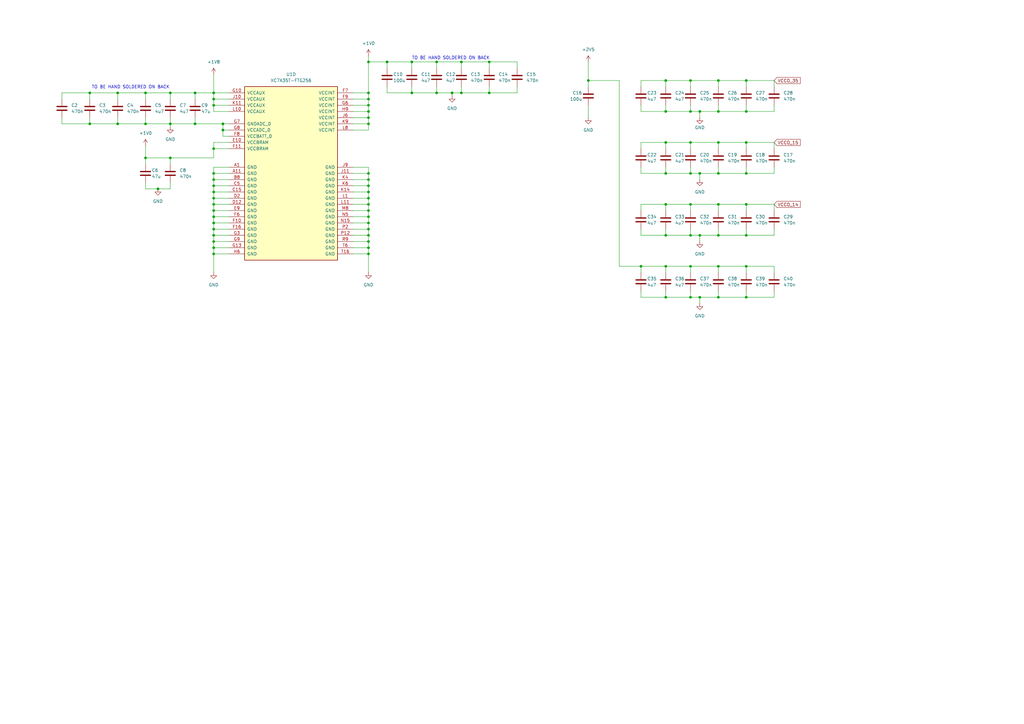
<source format=kicad_sch>
(kicad_sch (version 20231120) (generator "eeschema") (generator_version "8.0")
  (paper "A3")
  (junction (at 283.21 109.22))
  (junction (at 306.07 45.72))
  (junction (at 273.05 33.02))
  (junction (at 273.05 45.72))
  (junction (at 151.13 76.2))
  (junction (at 87.63 81.28))
  (junction (at 87.63 104.14))
  (junction (at 306.07 58.42))
  (junction (at 294.64 71.12))
  (junction (at 306.07 83.82))
  (junction (at 283.21 121.92))
  (junction (at 151.13 93.98))
  (junction (at 151.13 38.1))
  (junction (at 151.13 40.64))
  (junction (at 36.83 50.8))
  (junction (at 87.63 88.9))
  (junction (at 151.13 101.6))
  (junction (at 283.21 45.72))
  (junction (at 241.3 33.02))
  (junction (at 151.13 96.52))
  (junction (at 69.85 64.77))
  (junction (at 87.63 38.1))
  (junction (at 87.63 76.2))
  (junction (at 151.13 43.18))
  (junction (at 87.63 43.18))
  (junction (at 273.05 71.12))
  (junction (at 59.69 38.1))
  (junction (at 262.89 109.22))
  (junction (at 294.64 109.22))
  (junction (at 273.05 58.42))
  (junction (at 306.07 33.02))
  (junction (at 294.64 121.92))
  (junction (at 287.02 71.12))
  (junction (at 87.63 86.36))
  (junction (at 294.64 58.42))
  (junction (at 87.63 40.64))
  (junction (at 151.13 45.72))
  (junction (at 151.13 83.82))
  (junction (at 59.69 64.77))
  (junction (at 151.13 48.26))
  (junction (at 306.07 71.12))
  (junction (at 69.85 50.8))
  (junction (at 87.63 73.66))
  (junction (at 287.02 121.92))
  (junction (at 273.05 109.22))
  (junction (at 151.13 73.66))
  (junction (at 189.23 25.4))
  (junction (at 87.63 91.44))
  (junction (at 87.63 83.82))
  (junction (at 200.66 25.4))
  (junction (at 91.44 53.34))
  (junction (at 273.05 96.52))
  (junction (at 80.01 50.8))
  (junction (at 168.91 25.4))
  (junction (at 87.63 93.98))
  (junction (at 283.21 33.02))
  (junction (at 80.01 38.1))
  (junction (at 151.13 78.74))
  (junction (at 283.21 96.52))
  (junction (at 306.07 121.92))
  (junction (at 151.13 104.14))
  (junction (at 48.26 38.1))
  (junction (at 64.77 77.47))
  (junction (at 294.64 96.52))
  (junction (at 306.07 109.22))
  (junction (at 87.63 101.6))
  (junction (at 294.64 45.72))
  (junction (at 294.64 83.82))
  (junction (at 151.13 50.8))
  (junction (at 151.13 86.36))
  (junction (at 87.63 99.06))
  (junction (at 69.85 38.1))
  (junction (at 294.64 33.02))
  (junction (at 283.21 71.12))
  (junction (at 87.63 96.52))
  (junction (at 273.05 83.82))
  (junction (at 287.02 45.72))
  (junction (at 91.44 50.8))
  (junction (at 200.66 38.1))
  (junction (at 283.21 58.42))
  (junction (at 185.42 38.1))
  (junction (at 273.05 121.92))
  (junction (at 179.07 25.4))
  (junction (at 168.91 38.1))
  (junction (at 151.13 91.44))
  (junction (at 48.26 50.8))
  (junction (at 287.02 96.52))
  (junction (at 283.21 83.82))
  (junction (at 151.13 99.06))
  (junction (at 59.69 50.8))
  (junction (at 151.13 25.4))
  (junction (at 87.63 71.12))
  (junction (at 306.07 96.52))
  (junction (at 179.07 38.1))
  (junction (at 87.63 78.74))
  (junction (at 151.13 71.12))
  (junction (at 36.83 38.1))
  (junction (at 151.13 88.9))
  (junction (at 158.75 25.4))
  (junction (at 189.23 38.1))
  (junction (at 87.63 60.96))
  (junction (at 151.13 81.28))
  (wire (pts (xy 87.63 73.66) (xy 87.63 76.2)))
  (wire (pts (xy 287.02 45.72) (xy 283.21 45.72)))
  (wire (pts (xy 283.21 60.96) (xy 283.21 58.42)))
  (wire (pts (xy 87.63 73.66) (xy 93.98 73.66)))
  (wire (pts (xy 151.13 86.36) (xy 151.13 83.82)))
  (wire (pts (xy 87.63 78.74) (xy 87.63 81.28)))
  (wire (pts (xy 273.05 45.72) (xy 273.05 43.18)))
  (wire (pts (xy 144.78 83.82) (xy 151.13 83.82)))
  (wire (pts (xy 317.5 83.82) (xy 306.07 83.82)))
  (wire (pts (xy 283.21 35.56) (xy 283.21 33.02)))
  (wire (pts (xy 273.05 121.92) (xy 273.05 119.38)))
  (wire (pts (xy 59.69 40.64) (xy 59.69 38.1)))
  (wire (pts (xy 317.5 109.22) (xy 306.07 109.22)))
  (wire (pts (xy 151.13 99.06) (xy 151.13 96.52)))
  (wire (pts (xy 200.66 38.1) (xy 189.23 38.1)))
  (wire (pts (xy 48.26 38.1) (xy 59.69 38.1)))
  (wire (pts (xy 144.78 101.6) (xy 151.13 101.6)))
  (wire (pts (xy 283.21 109.22) (xy 273.05 109.22)))
  (wire (pts (xy 151.13 45.72) (xy 151.13 48.26)))
  (wire (pts (xy 80.01 38.1) (xy 87.63 38.1)))
  (wire (pts (xy 262.89 119.38) (xy 262.89 121.92)))
  (wire (pts (xy 283.21 71.12) (xy 273.05 71.12)))
  (wire (pts (xy 212.09 35.56) (xy 212.09 38.1)))
  (wire (pts (xy 87.63 101.6) (xy 87.63 104.14)))
  (wire (pts (xy 144.78 88.9) (xy 151.13 88.9)))
  (wire (pts (xy 25.4 40.64) (xy 25.4 38.1)))
  (wire (pts (xy 64.77 77.47) (xy 69.85 77.47)))
  (wire (pts (xy 87.63 104.14) (xy 87.63 111.76)))
  (wire (pts (xy 283.21 93.98) (xy 283.21 96.52)))
  (wire (pts (xy 87.63 43.18) (xy 87.63 40.64)))
  (wire (pts (xy 317.5 60.96) (xy 317.5 58.42)))
  (wire (pts (xy 91.44 55.88) (xy 91.44 53.34)))
  (wire (pts (xy 306.07 35.56) (xy 306.07 33.02)))
  (wire (pts (xy 306.07 33.02) (xy 294.64 33.02)))
  (wire (pts (xy 151.13 78.74) (xy 151.13 76.2)))
  (wire (pts (xy 273.05 58.42) (xy 273.05 60.96)))
  (wire (pts (xy 273.05 71.12) (xy 273.05 68.58)))
  (wire (pts (xy 151.13 101.6) (xy 151.13 99.06)))
  (wire (pts (xy 151.13 96.52) (xy 151.13 93.98)))
  (wire (pts (xy 283.21 86.36) (xy 283.21 83.82)))
  (wire (pts (xy 287.02 45.72) (xy 287.02 48.26)))
  (wire (pts (xy 185.42 38.1) (xy 185.42 39.37)))
  (wire (pts (xy 306.07 93.98) (xy 306.07 96.52)))
  (wire (pts (xy 241.3 33.02) (xy 241.3 35.56)))
  (wire (pts (xy 262.89 58.42) (xy 273.05 58.42)))
  (wire (pts (xy 87.63 91.44) (xy 93.98 91.44)))
  (wire (pts (xy 168.91 25.4) (xy 168.91 27.94)))
  (wire (pts (xy 189.23 25.4) (xy 189.23 27.94)))
  (wire (pts (xy 80.01 50.8) (xy 91.44 50.8)))
  (wire (pts (xy 151.13 48.26) (xy 151.13 50.8)))
  (wire (pts (xy 87.63 81.28) (xy 87.63 83.82)))
  (wire (pts (xy 317.5 96.52) (xy 306.07 96.52)))
  (wire (pts (xy 151.13 71.12) (xy 151.13 68.58)))
  (wire (pts (xy 189.23 35.56) (xy 189.23 38.1)))
  (wire (pts (xy 151.13 73.66) (xy 151.13 71.12)))
  (wire (pts (xy 317.5 93.98) (xy 317.5 96.52)))
  (wire (pts (xy 36.83 48.26) (xy 36.83 50.8)))
  (wire (pts (xy 59.69 50.8) (xy 59.69 48.26)))
  (wire (pts (xy 93.98 55.88) (xy 91.44 55.88)))
  (wire (pts (xy 69.85 50.8) (xy 69.85 52.07)))
  (wire (pts (xy 294.64 60.96) (xy 294.64 58.42)))
  (wire (pts (xy 317.5 43.18) (xy 317.5 45.72)))
  (wire (pts (xy 36.83 40.64) (xy 36.83 38.1)))
  (wire (pts (xy 273.05 83.82) (xy 273.05 86.36)))
  (wire (pts (xy 283.21 121.92) (xy 273.05 121.92)))
  (wire (pts (xy 262.89 43.18) (xy 262.89 45.72)))
  (wire (pts (xy 317.5 71.12) (xy 306.07 71.12)))
  (wire (pts (xy 283.21 33.02) (xy 294.64 33.02)))
  (wire (pts (xy 87.63 83.82) (xy 93.98 83.82)))
  (wire (pts (xy 144.78 78.74) (xy 151.13 78.74)))
  (wire (pts (xy 158.75 25.4) (xy 158.75 27.94)))
  (wire (pts (xy 283.21 33.02) (xy 273.05 33.02)))
  (wire (pts (xy 87.63 40.64) (xy 87.63 38.1)))
  (wire (pts (xy 87.63 83.82) (xy 87.63 86.36)))
  (wire (pts (xy 87.63 104.14) (xy 93.98 104.14)))
  (wire (pts (xy 158.75 35.56) (xy 158.75 38.1)))
  (wire (pts (xy 87.63 64.77) (xy 87.63 60.96)))
  (wire (pts (xy 294.64 119.38) (xy 294.64 121.92)))
  (wire (pts (xy 306.07 96.52) (xy 294.64 96.52)))
  (wire (pts (xy 87.63 96.52) (xy 93.98 96.52)))
  (wire (pts (xy 283.21 83.82) (xy 273.05 83.82)))
  (wire (pts (xy 144.78 53.34) (xy 151.13 53.34)))
  (wire (pts (xy 185.42 38.1) (xy 179.07 38.1)))
  (wire (pts (xy 262.89 33.02) (xy 273.05 33.02)))
  (wire (pts (xy 144.78 45.72) (xy 151.13 45.72)))
  (wire (pts (xy 262.89 58.42) (xy 262.89 60.96)))
  (wire (pts (xy 151.13 53.34) (xy 151.13 50.8)))
  (wire (pts (xy 93.98 43.18) (xy 87.63 43.18)))
  (wire (pts (xy 36.83 50.8) (xy 48.26 50.8)))
  (wire (pts (xy 273.05 96.52) (xy 273.05 93.98)))
  (wire (pts (xy 189.23 25.4) (xy 200.66 25.4)))
  (wire (pts (xy 273.05 109.22) (xy 273.05 111.76)))
  (wire (pts (xy 306.07 68.58) (xy 306.07 71.12)))
  (wire (pts (xy 48.26 40.64) (xy 48.26 38.1)))
  (wire (pts (xy 144.78 48.26) (xy 151.13 48.26)))
  (wire (pts (xy 69.85 50.8) (xy 59.69 50.8)))
  (wire (pts (xy 91.44 50.8) (xy 93.98 50.8)))
  (wire (pts (xy 91.44 53.34) (xy 91.44 50.8)))
  (wire (pts (xy 69.85 50.8) (xy 69.85 48.26)))
  (wire (pts (xy 294.64 121.92) (xy 287.02 121.92)))
  (wire (pts (xy 212.09 38.1) (xy 200.66 38.1)))
  (wire (pts (xy 306.07 33.02) (xy 317.5 33.02)))
  (wire (pts (xy 306.07 58.42) (xy 294.64 58.42)))
  (wire (pts (xy 273.05 121.92) (xy 262.89 121.92)))
  (wire (pts (xy 87.63 76.2) (xy 87.63 78.74)))
  (wire (pts (xy 87.63 45.72) (xy 87.63 43.18)))
  (wire (pts (xy 144.78 93.98) (xy 151.13 93.98)))
  (wire (pts (xy 287.02 71.12) (xy 283.21 71.12)))
  (wire (pts (xy 48.26 50.8) (xy 59.69 50.8)))
  (wire (pts (xy 287.02 121.92) (xy 283.21 121.92)))
  (wire (pts (xy 151.13 104.14) (xy 151.13 101.6)))
  (wire (pts (xy 262.89 33.02) (xy 262.89 35.56)))
  (wire (pts (xy 25.4 50.8) (xy 36.83 50.8)))
  (wire (pts (xy 144.78 43.18) (xy 151.13 43.18)))
  (wire (pts (xy 80.01 38.1) (xy 80.01 40.64)))
  (wire (pts (xy 317.5 45.72) (xy 306.07 45.72)))
  (wire (pts (xy 179.07 38.1) (xy 168.91 38.1)))
  (wire (pts (xy 144.78 96.52) (xy 151.13 96.52)))
  (wire (pts (xy 144.78 40.64) (xy 151.13 40.64)))
  (wire (pts (xy 59.69 74.93) (xy 59.69 77.47)))
  (wire (pts (xy 69.85 74.93) (xy 69.85 77.47)))
  (wire (pts (xy 306.07 109.22) (xy 294.64 109.22)))
  (wire (pts (xy 283.21 58.42) (xy 273.05 58.42)))
  (wire (pts (xy 306.07 111.76) (xy 306.07 109.22)))
  (wire (pts (xy 93.98 40.64) (xy 87.63 40.64)))
  (wire (pts (xy 212.09 25.4) (xy 212.09 27.94)))
  (wire (pts (xy 144.78 73.66) (xy 151.13 73.66)))
  (wire (pts (xy 59.69 59.69) (xy 59.69 64.77)))
  (wire (pts (xy 294.64 45.72) (xy 287.02 45.72)))
  (wire (pts (xy 306.07 71.12) (xy 294.64 71.12)))
  (wire (pts (xy 241.3 43.18) (xy 241.3 48.26)))
  (wire (pts (xy 151.13 83.82) (xy 151.13 81.28)))
  (wire (pts (xy 144.78 99.06) (xy 151.13 99.06)))
  (wire (pts (xy 317.5 109.22) (xy 317.5 111.76)))
  (wire (pts (xy 69.85 50.8) (xy 80.01 50.8)))
  (wire (pts (xy 189.23 38.1) (xy 185.42 38.1)))
  (wire (pts (xy 87.63 76.2) (xy 93.98 76.2)))
  (wire (pts (xy 87.63 88.9) (xy 87.63 91.44)))
  (wire (pts (xy 168.91 38.1) (xy 168.91 35.56)))
  (wire (pts (xy 179.07 35.56) (xy 179.07 38.1)))
  (wire (pts (xy 306.07 119.38) (xy 306.07 121.92)))
  (wire (pts (xy 87.63 60.96) (xy 93.98 60.96)))
  (wire (pts (xy 151.13 68.58) (xy 144.78 68.58)))
  (wire (pts (xy 241.3 25.4) (xy 241.3 33.02)))
  (wire (pts (xy 262.89 83.82) (xy 262.89 86.36)))
  (wire (pts (xy 87.63 81.28) (xy 93.98 81.28)))
  (wire (pts (xy 283.21 43.18) (xy 283.21 45.72)))
  (wire (pts (xy 87.63 30.48) (xy 87.63 38.1)))
  (wire (pts (xy 151.13 43.18) (xy 151.13 45.72)))
  (wire (pts (xy 294.64 111.76) (xy 294.64 109.22)))
  (wire (pts (xy 283.21 68.58) (xy 283.21 71.12)))
  (wire (pts (xy 25.4 38.1) (xy 36.83 38.1)))
  (wire (pts (xy 283.21 109.22) (xy 294.64 109.22)))
  (wire (pts (xy 262.89 83.82) (xy 273.05 83.82)))
  (wire (pts (xy 87.63 91.44) (xy 87.63 93.98)))
  (wire (pts (xy 273.05 71.12) (xy 262.89 71.12)))
  (wire (pts (xy 87.63 86.36) (xy 87.63 88.9)))
  (wire (pts (xy 36.83 38.1) (xy 48.26 38.1)))
  (wire (pts (xy 87.63 88.9) (xy 93.98 88.9)))
  (wire (pts (xy 87.63 99.06) (xy 93.98 99.06)))
  (wire (pts (xy 306.07 43.18) (xy 306.07 45.72)))
  (wire (pts (xy 283.21 111.76) (xy 283.21 109.22)))
  (wire (pts (xy 87.63 71.12) (xy 87.63 73.66)))
  (wire (pts (xy 151.13 91.44) (xy 151.13 88.9)))
  (wire (pts (xy 144.78 81.28) (xy 151.13 81.28)))
  (wire (pts (xy 25.4 48.26) (xy 25.4 50.8)))
  (wire (pts (xy 87.63 101.6) (xy 93.98 101.6)))
  (wire (pts (xy 317.5 33.02) (xy 317.5 35.56)))
  (wire (pts (xy 144.78 104.14) (xy 151.13 104.14)))
  (wire (pts (xy 87.63 78.74) (xy 93.98 78.74)))
  (wire (pts (xy 59.69 67.31) (xy 59.69 64.77)))
  (wire (pts (xy 179.07 27.94) (xy 179.07 25.4)))
  (wire (pts (xy 151.13 93.98) (xy 151.13 91.44)))
  (wire (pts (xy 93.98 45.72) (xy 87.63 45.72)))
  (wire (pts (xy 306.07 121.92) (xy 294.64 121.92)))
  (wire (pts (xy 273.05 33.02) (xy 273.05 35.56)))
  (wire (pts (xy 317.5 58.42) (xy 306.07 58.42)))
  (wire (pts (xy 158.75 38.1) (xy 168.91 38.1)))
  (wire (pts (xy 87.63 96.52) (xy 87.63 99.06)))
  (wire (pts (xy 144.78 76.2) (xy 151.13 76.2)))
  (wire (pts (xy 254 109.22) (xy 262.89 109.22)))
  (wire (pts (xy 273.05 45.72) (xy 262.89 45.72)))
  (wire (pts (xy 151.13 25.4) (xy 151.13 38.1)))
  (wire (pts (xy 254 33.02) (xy 254 109.22)))
  (wire (pts (xy 87.63 58.42) (xy 87.63 60.96)))
  (wire (pts (xy 317.5 119.38) (xy 317.5 121.92)))
  (wire (pts (xy 283.21 119.38) (xy 283.21 121.92)))
  (wire (pts (xy 151.13 22.86) (xy 151.13 25.4)))
  (wire (pts (xy 287.02 71.12) (xy 287.02 73.66)))
  (wire (pts (xy 306.07 60.96) (xy 306.07 58.42)))
  (wire (pts (xy 151.13 88.9) (xy 151.13 86.36)))
  (wire (pts (xy 151.13 111.76) (xy 151.13 104.14)))
  (wire (pts (xy 151.13 25.4) (xy 158.75 25.4)))
  (wire (pts (xy 262.89 68.58) (xy 262.89 71.12)))
  (wire (pts (xy 179.07 25.4) (xy 168.91 25.4)))
  (wire (pts (xy 306.07 86.36) (xy 306.07 83.82)))
  (wire (pts (xy 80.01 48.26) (xy 80.01 50.8)))
  (wire (pts (xy 144.78 71.12) (xy 151.13 71.12)))
  (wire (pts (xy 151.13 81.28) (xy 151.13 78.74)))
  (wire (pts (xy 59.69 77.47) (xy 64.77 77.47)))
  (wire (pts (xy 87.63 68.58) (xy 87.63 71.12)))
  (wire (pts (xy 144.78 91.44) (xy 151.13 91.44)))
  (wire (pts (xy 200.66 25.4) (xy 200.66 27.94)))
  (wire (pts (xy 283.21 45.72) (xy 273.05 45.72)))
  (wire (pts (xy 273.05 96.52) (xy 262.89 96.52)))
  (wire (pts (xy 48.26 48.26) (xy 48.26 50.8)))
  (wire (pts (xy 93.98 58.42) (xy 87.63 58.42)))
  (wire (pts (xy 59.69 64.77) (xy 69.85 64.77)))
  (wire (pts (xy 283.21 58.42) (xy 294.64 58.42)))
  (wire (pts (xy 317.5 121.92) (xy 306.07 121.92)))
  (wire (pts (xy 283.21 83.82) (xy 294.64 83.82)))
  (wire (pts (xy 287.02 121.92) (xy 287.02 124.46)))
  (wire (pts (xy 87.63 93.98) (xy 93.98 93.98)))
  (wire (pts (xy 294.64 43.18) (xy 294.64 45.72)))
  (wire (pts (xy 144.78 38.1) (xy 151.13 38.1)))
  (wire (pts (xy 69.85 38.1) (xy 69.85 40.64)))
  (wire (pts (xy 294.64 71.12) (xy 287.02 71.12)))
  (wire (pts (xy 151.13 50.8) (xy 144.78 50.8)))
  (wire (pts (xy 283.21 96.52) (xy 273.05 96.52)))
  (wire (pts (xy 151.13 40.64) (xy 151.13 43.18)))
  (wire (pts (xy 144.78 86.36) (xy 151.13 86.36)))
  (wire (pts (xy 262.89 93.98) (xy 262.89 96.52)))
  (wire (pts (xy 294.64 86.36) (xy 294.64 83.82)))
  (wire (pts (xy 93.98 68.58) (xy 87.63 68.58)))
  (wire (pts (xy 87.63 71.12) (xy 93.98 71.12)))
  (wire (pts (xy 294.64 35.56) (xy 294.64 33.02)))
  (wire (pts (xy 200.66 25.4) (xy 212.09 25.4)))
  (wire (pts (xy 158.75 25.4) (xy 168.91 25.4)))
  (wire (pts (xy 87.63 99.06) (xy 87.63 101.6)))
  (wire (pts (xy 87.63 93.98) (xy 87.63 96.52)))
  (wire (pts (xy 200.66 35.56) (xy 200.66 38.1)))
  (wire (pts (xy 287.02 96.52) (xy 287.02 99.06)))
  (wire (pts (xy 69.85 67.31) (xy 69.85 64.77)))
  (wire (pts (xy 87.63 86.36) (xy 93.98 86.36)))
  (wire (pts (xy 93.98 38.1) (xy 87.63 38.1)))
  (wire (pts (xy 151.13 76.2) (xy 151.13 73.66)))
  (wire (pts (xy 69.85 38.1) (xy 80.01 38.1)))
  (wire (pts (xy 151.13 38.1) (xy 151.13 40.64)))
  (wire (pts (xy 294.64 93.98) (xy 294.64 96.52)))
  (wire (pts (xy 306.07 83.82) (xy 294.64 83.82)))
  (wire (pts (xy 287.02 96.52) (xy 283.21 96.52)))
  (wire (pts (xy 241.3 33.02) (xy 254 33.02)))
  (wire (pts (xy 59.69 38.1) (xy 69.85 38.1)))
  (wire (pts (xy 91.44 53.34) (xy 93.98 53.34)))
  (wire (pts (xy 69.85 64.77) (xy 87.63 64.77)))
  (wire (pts (xy 179.07 25.4) (xy 189.23 25.4)))
  (wire (pts (xy 317.5 68.58) (xy 317.5 71.12)))
  (wire (pts (xy 294.64 96.52) (xy 287.02 96.52)))
  (wire (pts (xy 262.89 109.22) (xy 262.89 111.76)))
  (wire (pts (xy 294.64 68.58) (xy 294.64 71.12)))
  (wire (pts (xy 317.5 86.36) (xy 317.5 83.82)))
  (wire (pts (xy 262.89 109.22) (xy 273.05 109.22)))
  (wire (pts (xy 306.07 45.72) (xy 294.64 45.72)))
  (text "TO BE HAND SOLDERED ON BACK" (at 53.594 35.814 0) (effects (font (size 1.27 1.27))))
  (text "TO BE HAND SOLDERED ON BACK" (at 184.912 23.876 0) (effects (font (size 1.27 1.27))))
  (global_label "VCCO_35" (shape input) (at 317.5 33.02 0) (property "Intersheetrefs" "${INTERSHEET_REFS}" (effects (hide yes))))
  (global_label "VCCO_14" (shape input) (at 317.5 83.82 0) (property "Intersheetrefs" "${INTERSHEET_REFS}" (effects (hide yes))))
  (global_label "VCCO_15" (shape input) (at 317.5 58.42 0) (property "Intersheetrefs" "${INTERSHEET_REFS}" (effects (hide yes))))
  (symbol (lib_id "Device:C") (at 69.85 44.45 0) (unit 1)
    (property "Reference" "C7" (at 73.66 43.1799 0) (effects (justify left)))
    (property "Value" "4u7" (at 73.66 45.7199 0) (effects (justify left)))
    (property "Footprint" "Capacitor_SMD:C_0805_2012Metric_Pad1.18x1.45mm_HandSolder" (effects (hide yes)))
    (property "Description" "Unpolarized capacitor" (effects (hide yes)))
  )
  (symbol (lib_id "power:GND") (at 64.77 77.47 0) (unit 1)
    (property "Reference" "#PWR03" (effects (hide yes)))
    (property "Value" "GND" (at 64.77 82.55 0))
    (property "Description" "Power symbol creates a global label with name \"GND\" , ground" (effects (hide yes)))
  )
  (symbol (lib_id "Device:C") (at 273.05 115.57 0) (unit 1)
    (property "Reference" "C36" (at 276.86 114.2999 0) (effects (justify left)))
    (property "Value" "4u7" (at 276.86 116.8399 0) (effects (justify left)))
    (property "Footprint" "Capacitor_SMD:C_0805_2012Metric" (effects (hide yes)))
    (property "Description" "Unpolarized capacitor" (effects (hide yes)))
  )
  (symbol (lib_id "Device:C") (at 25.4 44.45 0) (unit 1)
    (property "Reference" "C2" (at 29.21 43.1799 0) (effects (justify left)))
    (property "Value" "470n" (at 29.21 45.7199 0) (effects (justify left)))
    (property "Footprint" "Capacitor_SMD:C_0805_2012Metric_Pad1.18x1.45mm_HandSolder" (effects (hide yes)))
    (property "Description" "Unpolarized capacitor" (effects (hide yes)))
  )
  (symbol (lib_id "Device:C") (at 283.21 115.57 0) (unit 1)
    (property "Reference" "C37" (at 287.02 114.2999 0) (effects (justify left)))
    (property "Value" "470n" (at 287.02 116.8399 0) (effects (justify left)))
    (property "Footprint" "Capacitor_SMD:C_0805_2012Metric" (effects (hide yes)))
    (property "Description" "Unpolarized capacitor" (effects (hide yes)))
  )
  (symbol (lib_id "power:+1V8") (at 87.63 30.48 0) (unit 1)
    (property "Reference" "#PWR06" (effects (hide yes)))
    (property "Value" "+1V8" (at 87.63 25.4 0))
    (property "Description" "Power symbol creates a global label with name \"+1V8\"" (effects (hide yes)))
  )
  (symbol (lib_id "power:+2V5") (at 241.3 25.4 0) (unit 1)
    (property "Reference" "#PWR012" (effects (hide yes)))
    (property "Value" "+2V5" (at 241.3 20.32 0))
    (property "Description" "Power symbol creates a global label with name \"+2V5\"" (effects (hide yes)))
  )
  (symbol (lib_id "Device:C") (at 294.64 90.17 0) (unit 1)
    (property "Reference" "C31" (at 298.45 88.8999 0) (effects (justify left)))
    (property "Value" "470n" (at 298.45 91.4399 0) (effects (justify left)))
    (property "Footprint" "Capacitor_SMD:C_0805_2012Metric" (effects (hide yes)))
    (property "Description" "Unpolarized capacitor" (effects (hide yes)))
  )
  (symbol (lib_id "Device:C") (at 158.75 31.75 0) (unit 1)
    (property "Reference" "C10" (at 161.29 30.48 0) (effects (justify left)))
    (property "Value" "100u" (at 161.29 33.02 0) (effects (justify left)))
    (property "Footprint" "Capacitor_SMD:C_0805_2012Metric_Pad1.18x1.45mm_HandSolder" (effects (hide yes)))
    (property "Description" "Unpolarized capacitor" (effects (hide yes)))
  )
  (symbol (lib_id "Device:C") (at 48.26 44.45 0) (unit 1)
    (property "Reference" "C4" (at 52.07 43.1799 0) (effects (justify left)))
    (property "Value" "470n" (at 52.07 45.7199 0) (effects (justify left)))
    (property "Footprint" "Capacitor_SMD:C_0805_2012Metric_Pad1.18x1.45mm_HandSolder" (effects (hide yes)))
    (property "Description" "Unpolarized capacitor" (effects (hide yes)))
  )
  (symbol (lib_id "Device:C") (at 273.05 64.77 0) (unit 1)
    (property "Reference" "C21" (at 276.86 63.4999 0) (effects (justify left)))
    (property "Value" "4u7" (at 276.86 66.0399 0) (effects (justify left)))
    (property "Footprint" "Capacitor_SMD:C_0805_2012Metric_Pad1.18x1.45mm_HandSolder" (effects (hide yes)))
    (property "Description" "Unpolarized capacitor" (effects (hide yes)))
  )
  (symbol (lib_id "Device:C") (at 59.69 71.12 0) (unit 1)
    (property "Reference" "C6" (at 62.23 69.85 0) (effects (justify left)))
    (property "Value" "47u" (at 62.23 72.39 0) (effects (justify left)))
    (property "Footprint" "Capacitor_SMD:C_0805_2012Metric_Pad1.18x1.45mm_HandSolder" (effects (hide yes)))
    (property "Description" "Unpolarized capacitor" (effects (hide yes)))
  )
  (symbol (lib_id "Device:C") (at 80.01 44.45 0) (unit 1)
    (property "Reference" "C9" (at 82.55 43.18 0) (effects (justify left)))
    (property "Value" "47u" (at 82.55 45.72 0) (effects (justify left)))
    (property "Footprint" "Capacitor_SMD:C_0805_2012Metric_Pad1.18x1.45mm_HandSolder" (effects (hide yes)))
    (property "Description" "Unpolarized capacitor" (effects (hide yes)))
  )
  (symbol (lib_id "Device:C") (at 306.07 90.17 0) (unit 1)
    (property "Reference" "C30" (at 309.88 88.8999 0) (effects (justify left)))
    (property "Value" "470n" (at 309.88 91.4399 0) (effects (justify left)))
    (property "Footprint" "Capacitor_SMD:C_0805_2012Metric" (effects (hide yes)))
    (property "Description" "Unpolarized capacitor" (effects (hide yes)))
  )
  (symbol (lib_id "Device:C") (at 273.05 39.37 0) (unit 1)
    (property "Reference" "C24" (at 276.86 38.0999 0) (effects (justify left)))
    (property "Value" "4u7" (at 276.86 40.6399 0) (effects (justify left)))
    (property "Footprint" "Capacitor_SMD:C_0805_2012Metric_Pad1.18x1.45mm_HandSolder" (effects (hide yes)))
    (property "Description" "Unpolarized capacitor" (effects (hide yes)))
  )
  (symbol (lib_id "Device:C") (at 262.89 64.77 0) (unit 1)
    (property "Reference" "C22" (at 265.43 63.5 0) (effects (justify left)))
    (property "Value" "4u7" (at 265.43 66.04 0) (effects (justify left)))
    (property "Footprint" "Capacitor_SMD:C_0805_2012Metric_Pad1.18x1.45mm_HandSolder" (effects (hide yes)))
    (property "Description" "Unpolarized capacitor" (effects (hide yes)))
  )
  (symbol (lib_id "Device:C") (at 69.85 71.12 0) (unit 1)
    (property "Reference" "C8" (at 73.66 69.8499 0) (effects (justify left)))
    (property "Value" "470n" (at 73.66 72.3899 0) (effects (justify left)))
    (property "Footprint" "Capacitor_SMD:C_0805_2012Metric_Pad1.18x1.45mm_HandSolder" (effects (hide yes)))
    (property "Description" "Unpolarized capacitor" (effects (hide yes)))
  )
  (symbol (lib_id "Device:C") (at 241.3 39.37 0) (mirror y) (unit 1)
    (property "Reference" "C16" (at 238.76 38.1 0) (effects (justify left)))
    (property "Value" "100u" (at 238.76 40.64 0) (effects (justify left)))
    (property "Footprint" "Capacitor_SMD:C_0805_2012Metric_Pad1.18x1.45mm_HandSolder" (effects (hide yes)))
    (property "Description" "Unpolarized capacitor" (effects (hide yes)))
  )
  (symbol (lib_id "power:GND") (at 287.02 124.46 0) (unit 1)
    (property "Reference" "#PWR020" (effects (hide yes)))
    (property "Value" "GND" (at 287.02 129.54 0))
    (property "Description" "Power symbol creates a global label with name \"GND\" , ground" (effects (hide yes)))
  )
  (symbol (lib_id "Device:C") (at 168.91 31.75 0) (unit 1)
    (property "Reference" "C11" (at 172.72 30.4799 0) (effects (justify left)))
    (property "Value" "4u7" (at 172.72 33.0199 0) (effects (justify left)))
    (property "Footprint" "Capacitor_SMD:C_0805_2012Metric_Pad1.18x1.45mm_HandSolder" (effects (hide yes)))
    (property "Description" "Unpolarized capacitor" (effects (hide yes)))
  )
  (symbol (lib_id "Device:C") (at 273.05 90.17 0) (unit 1)
    (property "Reference" "C33" (at 276.86 88.8999 0) (effects (justify left)))
    (property "Value" "4u7" (at 276.86 91.4399 0) (effects (justify left)))
    (property "Footprint" "Capacitor_SMD:C_0805_2012Metric" (effects (hide yes)))
    (property "Description" "Unpolarized capacitor" (effects (hide yes)))
  )
  (symbol (lib_id "Device:C") (at 306.07 39.37 0) (unit 1)
    (property "Reference" "C27" (at 309.88 38.0999 0) (effects (justify left)))
    (property "Value" "470n" (at 309.88 40.6399 0) (effects (justify left)))
    (property "Footprint" "Capacitor_SMD:C_0805_2012Metric_Pad1.18x1.45mm_HandSolder" (effects (hide yes)))
    (property "Description" "Unpolarized capacitor" (effects (hide yes)))
  )
  (symbol (lib_id "FPGA_Xilinx_Artix7:XC7A35T-FTG256") (at 119.38 71.12 0) (unit 4)
    (property "Reference" "U1" (at 119.38 30.48 0))
    (property "Value" "XC7A35T-FTG256" (at 119.38 33.02 0))
    (property "Footprint" "Package_BGA:Xilinx_FTG256" (effects (hide yes)))
    (property "Description" "Artix 7 T 35 XC7A35T-FTG256" (effects (hide yes)))
  )
  (symbol (lib_id "power:+1V0") (at 59.69 59.69 0) (unit 1)
    (property "Reference" "#PWR02" (effects (hide yes)))
    (property "Value" "+1V0" (at 59.69 54.61 0))
    (property "Description" "Power symbol creates a global label with name \"+1V0\"" (effects (hide yes)))
  )
  (symbol (lib_id "power:GND") (at 151.13 111.76 0) (unit 1)
    (property "Reference" "#PWR010" (effects (hide yes)))
    (property "Value" "GND" (at 151.13 116.84 0))
    (property "Description" "Power symbol creates a global label with name \"GND\" , ground" (effects (hide yes)))
  )
  (symbol (lib_id "power:GND") (at 287.02 48.26 0) (unit 1)
    (property "Reference" "#PWR018" (effects (hide yes)))
    (property "Value" "GND" (at 287.02 52.324 0))
    (property "Description" "Power symbol creates a global label with name \"GND\" , ground" (effects (hide yes)))
  )
  (symbol (lib_id "Device:C") (at 317.5 39.37 0) (unit 1)
    (property "Reference" "C28" (at 321.31 38.0999 0) (effects (justify left)))
    (property "Value" "470n" (at 321.31 40.6399 0) (effects (justify left)))
    (property "Footprint" "Capacitor_SMD:C_0805_2012Metric_Pad1.18x1.45mm_HandSolder" (effects (hide yes)))
    (property "Description" "Unpolarized capacitor" (effects (hide yes)))
  )
  (symbol (lib_id "Device:C") (at 306.07 115.57 0) (unit 1)
    (property "Reference" "C39" (at 309.88 114.2999 0) (effects (justify left)))
    (property "Value" "470n" (at 309.88 116.8399 0) (effects (justify left)))
    (property "Footprint" "Capacitor_SMD:C_0805_2012Metric" (effects (hide yes)))
    (property "Description" "Unpolarized capacitor" (effects (hide yes)))
  )
  (symbol (lib_id "Device:C") (at 283.21 64.77 0) (unit 1)
    (property "Reference" "C20" (at 287.02 63.4999 0) (effects (justify left)))
    (property "Value" "470n" (at 287.02 66.0399 0) (effects (justify left)))
    (property "Footprint" "Capacitor_SMD:C_0805_2012Metric_Pad1.18x1.45mm_HandSolder" (effects (hide yes)))
    (property "Description" "Unpolarized capacitor" (effects (hide yes)))
  )
  (symbol (lib_id "power:GND") (at 287.02 99.06 0) (unit 1)
    (property "Reference" "#PWR019" (effects (hide yes)))
    (property "Value" "GND" (at 287.02 104.14 0))
    (property "Description" "Power symbol creates a global label with name \"GND\" , ground" (effects (hide yes)))
  )
  (symbol (lib_id "power:+1V0") (at 151.13 22.86 0) (unit 1)
    (property "Reference" "#PWR08" (effects (hide yes)))
    (property "Value" "+1V0" (at 151.13 17.78 0))
    (property "Description" "Power symbol creates a global label with name \"+1V0\"" (effects (hide yes)))
  )
  (symbol (lib_id "Device:C") (at 189.23 31.75 0) (unit 1)
    (property "Reference" "C13" (at 193.04 30.4799 0) (effects (justify left)))
    (property "Value" "470n" (at 193.04 33.0199 0) (effects (justify left)))
    (property "Footprint" "Capacitor_SMD:C_0805_2012Metric_Pad1.18x1.45mm_HandSolder" (effects (hide yes)))
    (property "Description" "Unpolarized capacitor" (effects (hide yes)))
  )
  (symbol (lib_id "Device:C") (at 283.21 90.17 0) (unit 1)
    (property "Reference" "C32" (at 287.02 88.8999 0) (effects (justify left)))
    (property "Value" "470n" (at 287.02 91.4399 0) (effects (justify left)))
    (property "Footprint" "Capacitor_SMD:C_0805_2012Metric" (effects (hide yes)))
    (property "Description" "Unpolarized capacitor" (effects (hide yes)))
  )
  (symbol (lib_id "Device:C") (at 317.5 64.77 0) (unit 1)
    (property "Reference" "C17" (at 321.31 63.4999 0) (effects (justify left)))
    (property "Value" "470n" (at 321.31 66.0399 0) (effects (justify left)))
    (property "Footprint" "Capacitor_SMD:C_0805_2012Metric_Pad1.18x1.45mm_HandSolder" (effects (hide yes)))
    (property "Description" "Unpolarized capacitor" (effects (hide yes)))
  )
  (symbol (lib_id "Device:C") (at 262.89 90.17 0) (unit 1)
    (property "Reference" "C34" (at 265.43 88.9 0) (effects (justify left)))
    (property "Value" "4u7" (at 265.43 91.44 0) (effects (justify left)))
    (property "Footprint" "Capacitor_SMD:C_0805_2012Metric" (effects (hide yes)))
    (property "Description" "Unpolarized capacitor" (effects (hide yes)))
  )
  (symbol (lib_id "Device:C") (at 317.5 90.17 0) (unit 1)
    (property "Reference" "C29" (at 321.31 88.8999 0) (effects (justify left)))
    (property "Value" "470n" (at 321.31 91.4399 0) (effects (justify left)))
    (property "Footprint" "Capacitor_SMD:C_0805_2012Metric" (effects (hide yes)))
    (property "Description" "Unpolarized capacitor" (effects (hide yes)))
  )
  (symbol (lib_id "Device:C") (at 294.64 39.37 0) (unit 1)
    (property "Reference" "C26" (at 298.45 38.0999 0) (effects (justify left)))
    (property "Value" "470n" (at 298.45 40.6399 0) (effects (justify left)))
    (property "Footprint" "Capacitor_SMD:C_0805_2012Metric_Pad1.18x1.45mm_HandSolder" (effects (hide yes)))
    (property "Description" "Unpolarized capacitor" (effects (hide yes)))
  )
  (symbol (lib_id "Device:C") (at 283.21 39.37 0) (unit 1)
    (property "Reference" "C25" (at 287.02 38.0999 0) (effects (justify left)))
    (property "Value" "470n" (at 287.02 40.6399 0) (effects (justify left)))
    (property "Footprint" "Capacitor_SMD:C_0805_2012Metric_Pad1.18x1.45mm_HandSolder" (effects (hide yes)))
    (property "Description" "Unpolarized capacitor" (effects (hide yes)))
  )
  (symbol (lib_id "power:GND") (at 87.63 111.76 0) (unit 1)
    (property "Reference" "#PWR07" (effects (hide yes)))
    (property "Value" "GND" (at 87.63 116.84 0))
    (property "Description" "Power symbol creates a global label with name \"GND\" , ground" (effects (hide yes)))
  )
  (symbol (lib_id "Device:C") (at 294.64 115.57 0) (unit 1)
    (property "Reference" "C38" (at 298.45 114.2999 0) (effects (justify left)))
    (property "Value" "470n" (at 298.45 116.8399 0) (effects (justify left)))
    (property "Footprint" "Capacitor_SMD:C_0805_2012Metric" (effects (hide yes)))
    (property "Description" "Unpolarized capacitor" (effects (hide yes)))
  )
  (symbol (lib_id "Device:C") (at 200.66 31.75 0) (unit 1)
    (property "Reference" "C14" (at 204.47 30.4799 0) (effects (justify left)))
    (property "Value" "470n" (at 204.47 33.0199 0) (effects (justify left)))
    (property "Footprint" "Capacitor_SMD:C_0805_2012Metric_Pad1.18x1.45mm_HandSolder" (effects (hide yes)))
    (property "Description" "Unpolarized capacitor" (effects (hide yes)))
  )
  (symbol (lib_id "Device:C") (at 306.07 64.77 0) (unit 1)
    (property "Reference" "C18" (at 309.88 63.4999 0) (effects (justify left)))
    (property "Value" "470n" (at 309.88 66.0399 0) (effects (justify left)))
    (property "Footprint" "Capacitor_SMD:C_0805_2012Metric_Pad1.18x1.45mm_HandSolder" (effects (hide yes)))
    (property "Description" "Unpolarized capacitor" (effects (hide yes)))
  )
  (symbol (lib_id "Device:C") (at 36.83 44.45 0) (unit 1)
    (property "Reference" "C3" (at 40.64 43.1799 0) (effects (justify left)))
    (property "Value" "470n" (at 40.64 45.7199 0) (effects (justify left)))
    (property "Footprint" "Capacitor_SMD:C_0805_2012Metric_Pad1.18x1.45mm_HandSolder" (effects (hide yes)))
    (property "Description" "Unpolarized capacitor" (effects (hide yes)))
  )
  (symbol (lib_id "Device:C") (at 212.09 31.75 0) (unit 1)
    (property "Reference" "C15" (at 215.9 30.4799 0) (effects (justify left)))
    (property "Value" "470n" (at 215.9 33.0199 0) (effects (justify left)))
    (property "Footprint" "Capacitor_SMD:C_0805_2012Metric_Pad1.18x1.45mm_HandSolder" (effects (hide yes)))
    (property "Description" "Unpolarized capacitor" (effects (hide yes)))
  )
  (symbol (lib_id "Device:C") (at 294.64 64.77 0) (unit 1)
    (property "Reference" "C19" (at 298.45 63.4999 0) (effects (justify left)))
    (property "Value" "470n" (at 298.45 66.0399 0) (effects (justify left)))
    (property "Footprint" "Capacitor_SMD:C_0805_2012Metric_Pad1.18x1.45mm_HandSolder" (effects (hide yes)))
    (property "Description" "Unpolarized capacitor" (effects (hide yes)))
  )
  (symbol (lib_id "power:GND") (at 287.02 73.66 0) (unit 1)
    (property "Reference" "#PWR017" (effects (hide yes)))
    (property "Value" "GND" (at 287.02 78.74 0))
    (property "Description" "Power symbol creates a global label with name \"GND\" , ground" (effects (hide yes)))
  )
  (symbol (lib_id "Device:C") (at 262.89 115.57 0) (unit 1)
    (property "Reference" "C35" (at 265.43 114.3 0) (effects (justify left)))
    (property "Value" "4u7" (at 265.43 116.84 0) (effects (justify left)))
    (property "Footprint" "Capacitor_SMD:C_0805_2012Metric" (effects (hide yes)))
    (property "Description" "Unpolarized capacitor" (effects (hide yes)))
  )
  (symbol (lib_id "power:GND") (at 69.85 52.07 0) (unit 1)
    (property "Reference" "#PWR05" (effects (hide yes)))
    (property "Value" "GND" (at 69.85 57.15 0))
    (property "Description" "Power symbol creates a global label with name \"GND\" , ground" (effects (hide yes)))
  )
  (symbol (lib_id "Device:C") (at 179.07 31.75 0) (unit 1)
    (property "Reference" "C12" (at 182.88 30.4799 0) (effects (justify left)))
    (property "Value" "4u7" (at 182.88 33.0199 0) (effects (justify left)))
    (property "Footprint" "Capacitor_SMD:C_0805_2012Metric_Pad1.18x1.45mm_HandSolder" (effects (hide yes)))
    (property "Description" "Unpolarized capacitor" (effects (hide yes)))
  )
  (symbol (lib_id "power:GND") (at 185.42 39.37 0) (unit 1)
    (property "Reference" "#PWR011" (effects (hide yes)))
    (property "Value" "GND" (at 185.42 44.45 0))
    (property "Description" "Power symbol creates a global label with name \"GND\" , ground" (effects (hide yes)))
  )
  (symbol (lib_id "power:GND") (at 241.3 48.26 0) (unit 1)
    (property "Reference" "#PWR021" (effects (hide yes)))
    (property "Value" "GND" (at 241.3 53.34 0))
    (property "Description" "Power symbol creates a global label with name \"GND\" , ground" (effects (hide yes)))
  )
  (symbol (lib_id "Device:C") (at 317.5 115.57 0) (unit 1)
    (property "Reference" "C40" (at 321.31 114.2999 0) (effects (justify left)))
    (property "Value" "470n" (at 321.31 116.8399 0) (effects (justify left)))
    (property "Footprint" "Capacitor_SMD:C_0805_2012Metric" (effects (hide yes)))
    (property "Description" "Unpolarized capacitor" (effects (hide yes)))
  )
  (symbol (lib_id "Device:C") (at 59.69 44.45 0) (unit 1)
    (property "Reference" "C5" (at 63.5 43.1799 0) (effects (justify left)))
    (property "Value" "4u7" (at 63.5 45.7199 0) (effects (justify left)))
    (property "Footprint" "Capacitor_SMD:C_0805_2012Metric_Pad1.18x1.45mm_HandSolder" (effects (hide yes)))
    (property "Description" "Unpolarized capacitor" (effects (hide yes)))
  )
  (symbol (lib_id "Device:C") (at 262.89 39.37 0) (unit 1)
    (property "Reference" "C23" (at 265.43 38.1 0) (effects (justify left)))
    (property "Value" "4u7" (at 265.43 40.64 0) (effects (justify left)))
    (property "Footprint" "Capacitor_SMD:C_0805_2012Metric_Pad1.18x1.45mm_HandSolder" (effects (hide yes)))
    (property "Description" "Unpolarized capacitor" (effects (hide yes)))
  )
)
</source>
